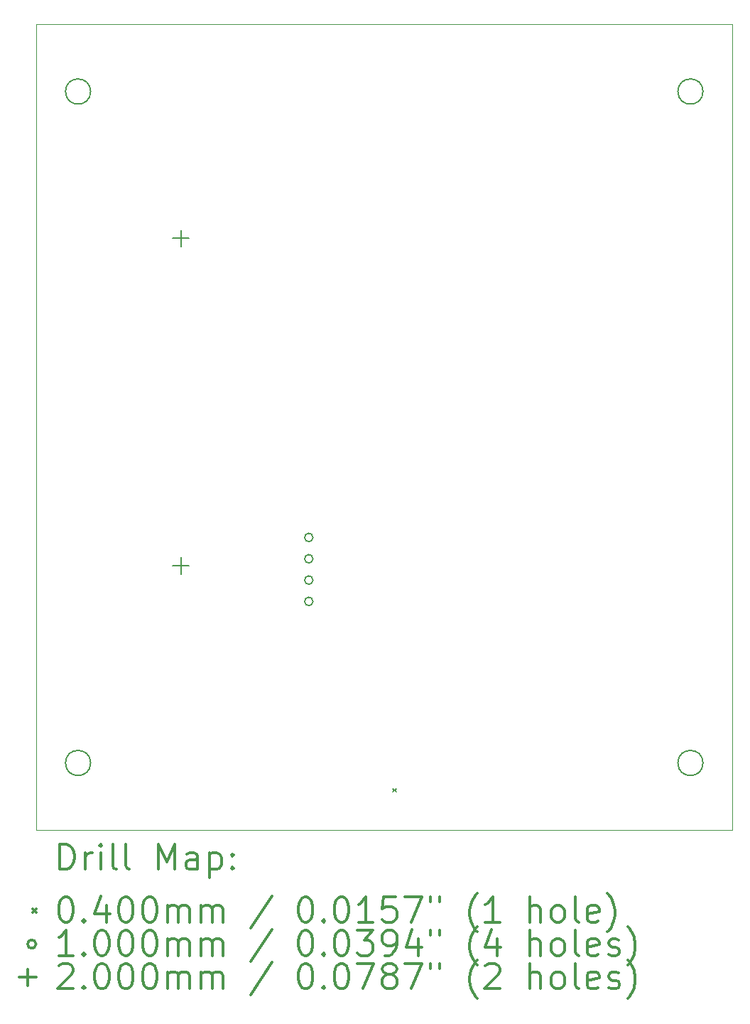
<source format=gbr>
%FSLAX45Y45*%
G04 Gerber Fmt 4.5, Leading zero omitted, Abs format (unit mm)*
G04 Created by KiCad (PCBNEW (5.1.10)-1) date 2022-03-31 21:21:08*
%MOMM*%
%LPD*%
G01*
G04 APERTURE LIST*
%TA.AperFunction,Profile*%
%ADD10C,0.150000*%
%TD*%
%TA.AperFunction,Profile*%
%ADD11C,0.050000*%
%TD*%
%ADD12C,0.200000*%
%ADD13C,0.300000*%
G04 APERTURE END LIST*
D10*
X9650000Y-13900000D02*
G75*
G03*
X9650000Y-13900000I-150000J0D01*
G01*
X16950000Y-13900000D02*
G75*
G03*
X16950000Y-13900000I-150000J0D01*
G01*
X16950000Y-5900000D02*
G75*
G03*
X16950000Y-5900000I-150000J0D01*
G01*
X9650000Y-5900000D02*
G75*
G03*
X9650000Y-5900000I-150000J0D01*
G01*
D11*
X9000000Y-14700000D02*
X17300000Y-14700000D01*
X9000000Y-5100000D02*
X9000000Y-14700000D01*
X17300000Y-5100000D02*
X9000000Y-5100000D01*
X17300000Y-5100000D02*
X17300000Y-14700000D01*
D12*
X13255000Y-14205000D02*
X13295000Y-14245000D01*
X13295000Y-14205000D02*
X13255000Y-14245000D01*
X12300000Y-11213000D02*
G75*
G03*
X12300000Y-11213000I-50000J0D01*
G01*
X12300000Y-11467000D02*
G75*
G03*
X12300000Y-11467000I-50000J0D01*
G01*
X12300000Y-11721000D02*
G75*
G03*
X12300000Y-11721000I-50000J0D01*
G01*
X12300000Y-11975000D02*
G75*
G03*
X12300000Y-11975000I-50000J0D01*
G01*
X10725000Y-7550000D02*
X10725000Y-7750000D01*
X10625000Y-7650000D02*
X10825000Y-7650000D01*
X10725000Y-11450000D02*
X10725000Y-11650000D01*
X10625000Y-11550000D02*
X10825000Y-11550000D01*
D13*
X9283928Y-15168214D02*
X9283928Y-14868214D01*
X9355357Y-14868214D01*
X9398214Y-14882500D01*
X9426786Y-14911071D01*
X9441071Y-14939643D01*
X9455357Y-14996786D01*
X9455357Y-15039643D01*
X9441071Y-15096786D01*
X9426786Y-15125357D01*
X9398214Y-15153929D01*
X9355357Y-15168214D01*
X9283928Y-15168214D01*
X9583928Y-15168214D02*
X9583928Y-14968214D01*
X9583928Y-15025357D02*
X9598214Y-14996786D01*
X9612500Y-14982500D01*
X9641071Y-14968214D01*
X9669643Y-14968214D01*
X9769643Y-15168214D02*
X9769643Y-14968214D01*
X9769643Y-14868214D02*
X9755357Y-14882500D01*
X9769643Y-14896786D01*
X9783928Y-14882500D01*
X9769643Y-14868214D01*
X9769643Y-14896786D01*
X9955357Y-15168214D02*
X9926786Y-15153929D01*
X9912500Y-15125357D01*
X9912500Y-14868214D01*
X10112500Y-15168214D02*
X10083928Y-15153929D01*
X10069643Y-15125357D01*
X10069643Y-14868214D01*
X10455357Y-15168214D02*
X10455357Y-14868214D01*
X10555357Y-15082500D01*
X10655357Y-14868214D01*
X10655357Y-15168214D01*
X10926786Y-15168214D02*
X10926786Y-15011071D01*
X10912500Y-14982500D01*
X10883928Y-14968214D01*
X10826786Y-14968214D01*
X10798214Y-14982500D01*
X10926786Y-15153929D02*
X10898214Y-15168214D01*
X10826786Y-15168214D01*
X10798214Y-15153929D01*
X10783928Y-15125357D01*
X10783928Y-15096786D01*
X10798214Y-15068214D01*
X10826786Y-15053929D01*
X10898214Y-15053929D01*
X10926786Y-15039643D01*
X11069643Y-14968214D02*
X11069643Y-15268214D01*
X11069643Y-14982500D02*
X11098214Y-14968214D01*
X11155357Y-14968214D01*
X11183928Y-14982500D01*
X11198214Y-14996786D01*
X11212500Y-15025357D01*
X11212500Y-15111071D01*
X11198214Y-15139643D01*
X11183928Y-15153929D01*
X11155357Y-15168214D01*
X11098214Y-15168214D01*
X11069643Y-15153929D01*
X11341071Y-15139643D02*
X11355357Y-15153929D01*
X11341071Y-15168214D01*
X11326786Y-15153929D01*
X11341071Y-15139643D01*
X11341071Y-15168214D01*
X11341071Y-14982500D02*
X11355357Y-14996786D01*
X11341071Y-15011071D01*
X11326786Y-14996786D01*
X11341071Y-14982500D01*
X11341071Y-15011071D01*
X8957500Y-15642500D02*
X8997500Y-15682500D01*
X8997500Y-15642500D02*
X8957500Y-15682500D01*
X9341071Y-15498214D02*
X9369643Y-15498214D01*
X9398214Y-15512500D01*
X9412500Y-15526786D01*
X9426786Y-15555357D01*
X9441071Y-15612500D01*
X9441071Y-15683929D01*
X9426786Y-15741071D01*
X9412500Y-15769643D01*
X9398214Y-15783929D01*
X9369643Y-15798214D01*
X9341071Y-15798214D01*
X9312500Y-15783929D01*
X9298214Y-15769643D01*
X9283928Y-15741071D01*
X9269643Y-15683929D01*
X9269643Y-15612500D01*
X9283928Y-15555357D01*
X9298214Y-15526786D01*
X9312500Y-15512500D01*
X9341071Y-15498214D01*
X9569643Y-15769643D02*
X9583928Y-15783929D01*
X9569643Y-15798214D01*
X9555357Y-15783929D01*
X9569643Y-15769643D01*
X9569643Y-15798214D01*
X9841071Y-15598214D02*
X9841071Y-15798214D01*
X9769643Y-15483929D02*
X9698214Y-15698214D01*
X9883928Y-15698214D01*
X10055357Y-15498214D02*
X10083928Y-15498214D01*
X10112500Y-15512500D01*
X10126786Y-15526786D01*
X10141071Y-15555357D01*
X10155357Y-15612500D01*
X10155357Y-15683929D01*
X10141071Y-15741071D01*
X10126786Y-15769643D01*
X10112500Y-15783929D01*
X10083928Y-15798214D01*
X10055357Y-15798214D01*
X10026786Y-15783929D01*
X10012500Y-15769643D01*
X9998214Y-15741071D01*
X9983928Y-15683929D01*
X9983928Y-15612500D01*
X9998214Y-15555357D01*
X10012500Y-15526786D01*
X10026786Y-15512500D01*
X10055357Y-15498214D01*
X10341071Y-15498214D02*
X10369643Y-15498214D01*
X10398214Y-15512500D01*
X10412500Y-15526786D01*
X10426786Y-15555357D01*
X10441071Y-15612500D01*
X10441071Y-15683929D01*
X10426786Y-15741071D01*
X10412500Y-15769643D01*
X10398214Y-15783929D01*
X10369643Y-15798214D01*
X10341071Y-15798214D01*
X10312500Y-15783929D01*
X10298214Y-15769643D01*
X10283928Y-15741071D01*
X10269643Y-15683929D01*
X10269643Y-15612500D01*
X10283928Y-15555357D01*
X10298214Y-15526786D01*
X10312500Y-15512500D01*
X10341071Y-15498214D01*
X10569643Y-15798214D02*
X10569643Y-15598214D01*
X10569643Y-15626786D02*
X10583928Y-15612500D01*
X10612500Y-15598214D01*
X10655357Y-15598214D01*
X10683928Y-15612500D01*
X10698214Y-15641071D01*
X10698214Y-15798214D01*
X10698214Y-15641071D02*
X10712500Y-15612500D01*
X10741071Y-15598214D01*
X10783928Y-15598214D01*
X10812500Y-15612500D01*
X10826786Y-15641071D01*
X10826786Y-15798214D01*
X10969643Y-15798214D02*
X10969643Y-15598214D01*
X10969643Y-15626786D02*
X10983928Y-15612500D01*
X11012500Y-15598214D01*
X11055357Y-15598214D01*
X11083928Y-15612500D01*
X11098214Y-15641071D01*
X11098214Y-15798214D01*
X11098214Y-15641071D02*
X11112500Y-15612500D01*
X11141071Y-15598214D01*
X11183928Y-15598214D01*
X11212500Y-15612500D01*
X11226786Y-15641071D01*
X11226786Y-15798214D01*
X11812500Y-15483929D02*
X11555357Y-15869643D01*
X12198214Y-15498214D02*
X12226786Y-15498214D01*
X12255357Y-15512500D01*
X12269643Y-15526786D01*
X12283928Y-15555357D01*
X12298214Y-15612500D01*
X12298214Y-15683929D01*
X12283928Y-15741071D01*
X12269643Y-15769643D01*
X12255357Y-15783929D01*
X12226786Y-15798214D01*
X12198214Y-15798214D01*
X12169643Y-15783929D01*
X12155357Y-15769643D01*
X12141071Y-15741071D01*
X12126786Y-15683929D01*
X12126786Y-15612500D01*
X12141071Y-15555357D01*
X12155357Y-15526786D01*
X12169643Y-15512500D01*
X12198214Y-15498214D01*
X12426786Y-15769643D02*
X12441071Y-15783929D01*
X12426786Y-15798214D01*
X12412500Y-15783929D01*
X12426786Y-15769643D01*
X12426786Y-15798214D01*
X12626786Y-15498214D02*
X12655357Y-15498214D01*
X12683928Y-15512500D01*
X12698214Y-15526786D01*
X12712500Y-15555357D01*
X12726786Y-15612500D01*
X12726786Y-15683929D01*
X12712500Y-15741071D01*
X12698214Y-15769643D01*
X12683928Y-15783929D01*
X12655357Y-15798214D01*
X12626786Y-15798214D01*
X12598214Y-15783929D01*
X12583928Y-15769643D01*
X12569643Y-15741071D01*
X12555357Y-15683929D01*
X12555357Y-15612500D01*
X12569643Y-15555357D01*
X12583928Y-15526786D01*
X12598214Y-15512500D01*
X12626786Y-15498214D01*
X13012500Y-15798214D02*
X12841071Y-15798214D01*
X12926786Y-15798214D02*
X12926786Y-15498214D01*
X12898214Y-15541071D01*
X12869643Y-15569643D01*
X12841071Y-15583929D01*
X13283928Y-15498214D02*
X13141071Y-15498214D01*
X13126786Y-15641071D01*
X13141071Y-15626786D01*
X13169643Y-15612500D01*
X13241071Y-15612500D01*
X13269643Y-15626786D01*
X13283928Y-15641071D01*
X13298214Y-15669643D01*
X13298214Y-15741071D01*
X13283928Y-15769643D01*
X13269643Y-15783929D01*
X13241071Y-15798214D01*
X13169643Y-15798214D01*
X13141071Y-15783929D01*
X13126786Y-15769643D01*
X13398214Y-15498214D02*
X13598214Y-15498214D01*
X13469643Y-15798214D01*
X13698214Y-15498214D02*
X13698214Y-15555357D01*
X13812500Y-15498214D02*
X13812500Y-15555357D01*
X14255357Y-15912500D02*
X14241071Y-15898214D01*
X14212500Y-15855357D01*
X14198214Y-15826786D01*
X14183928Y-15783929D01*
X14169643Y-15712500D01*
X14169643Y-15655357D01*
X14183928Y-15583929D01*
X14198214Y-15541071D01*
X14212500Y-15512500D01*
X14241071Y-15469643D01*
X14255357Y-15455357D01*
X14526786Y-15798214D02*
X14355357Y-15798214D01*
X14441071Y-15798214D02*
X14441071Y-15498214D01*
X14412500Y-15541071D01*
X14383928Y-15569643D01*
X14355357Y-15583929D01*
X14883928Y-15798214D02*
X14883928Y-15498214D01*
X15012500Y-15798214D02*
X15012500Y-15641071D01*
X14998214Y-15612500D01*
X14969643Y-15598214D01*
X14926786Y-15598214D01*
X14898214Y-15612500D01*
X14883928Y-15626786D01*
X15198214Y-15798214D02*
X15169643Y-15783929D01*
X15155357Y-15769643D01*
X15141071Y-15741071D01*
X15141071Y-15655357D01*
X15155357Y-15626786D01*
X15169643Y-15612500D01*
X15198214Y-15598214D01*
X15241071Y-15598214D01*
X15269643Y-15612500D01*
X15283928Y-15626786D01*
X15298214Y-15655357D01*
X15298214Y-15741071D01*
X15283928Y-15769643D01*
X15269643Y-15783929D01*
X15241071Y-15798214D01*
X15198214Y-15798214D01*
X15469643Y-15798214D02*
X15441071Y-15783929D01*
X15426786Y-15755357D01*
X15426786Y-15498214D01*
X15698214Y-15783929D02*
X15669643Y-15798214D01*
X15612500Y-15798214D01*
X15583928Y-15783929D01*
X15569643Y-15755357D01*
X15569643Y-15641071D01*
X15583928Y-15612500D01*
X15612500Y-15598214D01*
X15669643Y-15598214D01*
X15698214Y-15612500D01*
X15712500Y-15641071D01*
X15712500Y-15669643D01*
X15569643Y-15698214D01*
X15812500Y-15912500D02*
X15826786Y-15898214D01*
X15855357Y-15855357D01*
X15869643Y-15826786D01*
X15883928Y-15783929D01*
X15898214Y-15712500D01*
X15898214Y-15655357D01*
X15883928Y-15583929D01*
X15869643Y-15541071D01*
X15855357Y-15512500D01*
X15826786Y-15469643D01*
X15812500Y-15455357D01*
X8997500Y-16058500D02*
G75*
G03*
X8997500Y-16058500I-50000J0D01*
G01*
X9441071Y-16194214D02*
X9269643Y-16194214D01*
X9355357Y-16194214D02*
X9355357Y-15894214D01*
X9326786Y-15937071D01*
X9298214Y-15965643D01*
X9269643Y-15979929D01*
X9569643Y-16165643D02*
X9583928Y-16179929D01*
X9569643Y-16194214D01*
X9555357Y-16179929D01*
X9569643Y-16165643D01*
X9569643Y-16194214D01*
X9769643Y-15894214D02*
X9798214Y-15894214D01*
X9826786Y-15908500D01*
X9841071Y-15922786D01*
X9855357Y-15951357D01*
X9869643Y-16008500D01*
X9869643Y-16079929D01*
X9855357Y-16137071D01*
X9841071Y-16165643D01*
X9826786Y-16179929D01*
X9798214Y-16194214D01*
X9769643Y-16194214D01*
X9741071Y-16179929D01*
X9726786Y-16165643D01*
X9712500Y-16137071D01*
X9698214Y-16079929D01*
X9698214Y-16008500D01*
X9712500Y-15951357D01*
X9726786Y-15922786D01*
X9741071Y-15908500D01*
X9769643Y-15894214D01*
X10055357Y-15894214D02*
X10083928Y-15894214D01*
X10112500Y-15908500D01*
X10126786Y-15922786D01*
X10141071Y-15951357D01*
X10155357Y-16008500D01*
X10155357Y-16079929D01*
X10141071Y-16137071D01*
X10126786Y-16165643D01*
X10112500Y-16179929D01*
X10083928Y-16194214D01*
X10055357Y-16194214D01*
X10026786Y-16179929D01*
X10012500Y-16165643D01*
X9998214Y-16137071D01*
X9983928Y-16079929D01*
X9983928Y-16008500D01*
X9998214Y-15951357D01*
X10012500Y-15922786D01*
X10026786Y-15908500D01*
X10055357Y-15894214D01*
X10341071Y-15894214D02*
X10369643Y-15894214D01*
X10398214Y-15908500D01*
X10412500Y-15922786D01*
X10426786Y-15951357D01*
X10441071Y-16008500D01*
X10441071Y-16079929D01*
X10426786Y-16137071D01*
X10412500Y-16165643D01*
X10398214Y-16179929D01*
X10369643Y-16194214D01*
X10341071Y-16194214D01*
X10312500Y-16179929D01*
X10298214Y-16165643D01*
X10283928Y-16137071D01*
X10269643Y-16079929D01*
X10269643Y-16008500D01*
X10283928Y-15951357D01*
X10298214Y-15922786D01*
X10312500Y-15908500D01*
X10341071Y-15894214D01*
X10569643Y-16194214D02*
X10569643Y-15994214D01*
X10569643Y-16022786D02*
X10583928Y-16008500D01*
X10612500Y-15994214D01*
X10655357Y-15994214D01*
X10683928Y-16008500D01*
X10698214Y-16037071D01*
X10698214Y-16194214D01*
X10698214Y-16037071D02*
X10712500Y-16008500D01*
X10741071Y-15994214D01*
X10783928Y-15994214D01*
X10812500Y-16008500D01*
X10826786Y-16037071D01*
X10826786Y-16194214D01*
X10969643Y-16194214D02*
X10969643Y-15994214D01*
X10969643Y-16022786D02*
X10983928Y-16008500D01*
X11012500Y-15994214D01*
X11055357Y-15994214D01*
X11083928Y-16008500D01*
X11098214Y-16037071D01*
X11098214Y-16194214D01*
X11098214Y-16037071D02*
X11112500Y-16008500D01*
X11141071Y-15994214D01*
X11183928Y-15994214D01*
X11212500Y-16008500D01*
X11226786Y-16037071D01*
X11226786Y-16194214D01*
X11812500Y-15879929D02*
X11555357Y-16265643D01*
X12198214Y-15894214D02*
X12226786Y-15894214D01*
X12255357Y-15908500D01*
X12269643Y-15922786D01*
X12283928Y-15951357D01*
X12298214Y-16008500D01*
X12298214Y-16079929D01*
X12283928Y-16137071D01*
X12269643Y-16165643D01*
X12255357Y-16179929D01*
X12226786Y-16194214D01*
X12198214Y-16194214D01*
X12169643Y-16179929D01*
X12155357Y-16165643D01*
X12141071Y-16137071D01*
X12126786Y-16079929D01*
X12126786Y-16008500D01*
X12141071Y-15951357D01*
X12155357Y-15922786D01*
X12169643Y-15908500D01*
X12198214Y-15894214D01*
X12426786Y-16165643D02*
X12441071Y-16179929D01*
X12426786Y-16194214D01*
X12412500Y-16179929D01*
X12426786Y-16165643D01*
X12426786Y-16194214D01*
X12626786Y-15894214D02*
X12655357Y-15894214D01*
X12683928Y-15908500D01*
X12698214Y-15922786D01*
X12712500Y-15951357D01*
X12726786Y-16008500D01*
X12726786Y-16079929D01*
X12712500Y-16137071D01*
X12698214Y-16165643D01*
X12683928Y-16179929D01*
X12655357Y-16194214D01*
X12626786Y-16194214D01*
X12598214Y-16179929D01*
X12583928Y-16165643D01*
X12569643Y-16137071D01*
X12555357Y-16079929D01*
X12555357Y-16008500D01*
X12569643Y-15951357D01*
X12583928Y-15922786D01*
X12598214Y-15908500D01*
X12626786Y-15894214D01*
X12826786Y-15894214D02*
X13012500Y-15894214D01*
X12912500Y-16008500D01*
X12955357Y-16008500D01*
X12983928Y-16022786D01*
X12998214Y-16037071D01*
X13012500Y-16065643D01*
X13012500Y-16137071D01*
X12998214Y-16165643D01*
X12983928Y-16179929D01*
X12955357Y-16194214D01*
X12869643Y-16194214D01*
X12841071Y-16179929D01*
X12826786Y-16165643D01*
X13155357Y-16194214D02*
X13212500Y-16194214D01*
X13241071Y-16179929D01*
X13255357Y-16165643D01*
X13283928Y-16122786D01*
X13298214Y-16065643D01*
X13298214Y-15951357D01*
X13283928Y-15922786D01*
X13269643Y-15908500D01*
X13241071Y-15894214D01*
X13183928Y-15894214D01*
X13155357Y-15908500D01*
X13141071Y-15922786D01*
X13126786Y-15951357D01*
X13126786Y-16022786D01*
X13141071Y-16051357D01*
X13155357Y-16065643D01*
X13183928Y-16079929D01*
X13241071Y-16079929D01*
X13269643Y-16065643D01*
X13283928Y-16051357D01*
X13298214Y-16022786D01*
X13555357Y-15994214D02*
X13555357Y-16194214D01*
X13483928Y-15879929D02*
X13412500Y-16094214D01*
X13598214Y-16094214D01*
X13698214Y-15894214D02*
X13698214Y-15951357D01*
X13812500Y-15894214D02*
X13812500Y-15951357D01*
X14255357Y-16308500D02*
X14241071Y-16294214D01*
X14212500Y-16251357D01*
X14198214Y-16222786D01*
X14183928Y-16179929D01*
X14169643Y-16108500D01*
X14169643Y-16051357D01*
X14183928Y-15979929D01*
X14198214Y-15937071D01*
X14212500Y-15908500D01*
X14241071Y-15865643D01*
X14255357Y-15851357D01*
X14498214Y-15994214D02*
X14498214Y-16194214D01*
X14426786Y-15879929D02*
X14355357Y-16094214D01*
X14541071Y-16094214D01*
X14883928Y-16194214D02*
X14883928Y-15894214D01*
X15012500Y-16194214D02*
X15012500Y-16037071D01*
X14998214Y-16008500D01*
X14969643Y-15994214D01*
X14926786Y-15994214D01*
X14898214Y-16008500D01*
X14883928Y-16022786D01*
X15198214Y-16194214D02*
X15169643Y-16179929D01*
X15155357Y-16165643D01*
X15141071Y-16137071D01*
X15141071Y-16051357D01*
X15155357Y-16022786D01*
X15169643Y-16008500D01*
X15198214Y-15994214D01*
X15241071Y-15994214D01*
X15269643Y-16008500D01*
X15283928Y-16022786D01*
X15298214Y-16051357D01*
X15298214Y-16137071D01*
X15283928Y-16165643D01*
X15269643Y-16179929D01*
X15241071Y-16194214D01*
X15198214Y-16194214D01*
X15469643Y-16194214D02*
X15441071Y-16179929D01*
X15426786Y-16151357D01*
X15426786Y-15894214D01*
X15698214Y-16179929D02*
X15669643Y-16194214D01*
X15612500Y-16194214D01*
X15583928Y-16179929D01*
X15569643Y-16151357D01*
X15569643Y-16037071D01*
X15583928Y-16008500D01*
X15612500Y-15994214D01*
X15669643Y-15994214D01*
X15698214Y-16008500D01*
X15712500Y-16037071D01*
X15712500Y-16065643D01*
X15569643Y-16094214D01*
X15826786Y-16179929D02*
X15855357Y-16194214D01*
X15912500Y-16194214D01*
X15941071Y-16179929D01*
X15955357Y-16151357D01*
X15955357Y-16137071D01*
X15941071Y-16108500D01*
X15912500Y-16094214D01*
X15869643Y-16094214D01*
X15841071Y-16079929D01*
X15826786Y-16051357D01*
X15826786Y-16037071D01*
X15841071Y-16008500D01*
X15869643Y-15994214D01*
X15912500Y-15994214D01*
X15941071Y-16008500D01*
X16055357Y-16308500D02*
X16069643Y-16294214D01*
X16098214Y-16251357D01*
X16112500Y-16222786D01*
X16126786Y-16179929D01*
X16141071Y-16108500D01*
X16141071Y-16051357D01*
X16126786Y-15979929D01*
X16112500Y-15937071D01*
X16098214Y-15908500D01*
X16069643Y-15865643D01*
X16055357Y-15851357D01*
X8897500Y-16354500D02*
X8897500Y-16554500D01*
X8797500Y-16454500D02*
X8997500Y-16454500D01*
X9269643Y-16318786D02*
X9283928Y-16304500D01*
X9312500Y-16290214D01*
X9383928Y-16290214D01*
X9412500Y-16304500D01*
X9426786Y-16318786D01*
X9441071Y-16347357D01*
X9441071Y-16375929D01*
X9426786Y-16418786D01*
X9255357Y-16590214D01*
X9441071Y-16590214D01*
X9569643Y-16561643D02*
X9583928Y-16575929D01*
X9569643Y-16590214D01*
X9555357Y-16575929D01*
X9569643Y-16561643D01*
X9569643Y-16590214D01*
X9769643Y-16290214D02*
X9798214Y-16290214D01*
X9826786Y-16304500D01*
X9841071Y-16318786D01*
X9855357Y-16347357D01*
X9869643Y-16404500D01*
X9869643Y-16475929D01*
X9855357Y-16533071D01*
X9841071Y-16561643D01*
X9826786Y-16575929D01*
X9798214Y-16590214D01*
X9769643Y-16590214D01*
X9741071Y-16575929D01*
X9726786Y-16561643D01*
X9712500Y-16533071D01*
X9698214Y-16475929D01*
X9698214Y-16404500D01*
X9712500Y-16347357D01*
X9726786Y-16318786D01*
X9741071Y-16304500D01*
X9769643Y-16290214D01*
X10055357Y-16290214D02*
X10083928Y-16290214D01*
X10112500Y-16304500D01*
X10126786Y-16318786D01*
X10141071Y-16347357D01*
X10155357Y-16404500D01*
X10155357Y-16475929D01*
X10141071Y-16533071D01*
X10126786Y-16561643D01*
X10112500Y-16575929D01*
X10083928Y-16590214D01*
X10055357Y-16590214D01*
X10026786Y-16575929D01*
X10012500Y-16561643D01*
X9998214Y-16533071D01*
X9983928Y-16475929D01*
X9983928Y-16404500D01*
X9998214Y-16347357D01*
X10012500Y-16318786D01*
X10026786Y-16304500D01*
X10055357Y-16290214D01*
X10341071Y-16290214D02*
X10369643Y-16290214D01*
X10398214Y-16304500D01*
X10412500Y-16318786D01*
X10426786Y-16347357D01*
X10441071Y-16404500D01*
X10441071Y-16475929D01*
X10426786Y-16533071D01*
X10412500Y-16561643D01*
X10398214Y-16575929D01*
X10369643Y-16590214D01*
X10341071Y-16590214D01*
X10312500Y-16575929D01*
X10298214Y-16561643D01*
X10283928Y-16533071D01*
X10269643Y-16475929D01*
X10269643Y-16404500D01*
X10283928Y-16347357D01*
X10298214Y-16318786D01*
X10312500Y-16304500D01*
X10341071Y-16290214D01*
X10569643Y-16590214D02*
X10569643Y-16390214D01*
X10569643Y-16418786D02*
X10583928Y-16404500D01*
X10612500Y-16390214D01*
X10655357Y-16390214D01*
X10683928Y-16404500D01*
X10698214Y-16433071D01*
X10698214Y-16590214D01*
X10698214Y-16433071D02*
X10712500Y-16404500D01*
X10741071Y-16390214D01*
X10783928Y-16390214D01*
X10812500Y-16404500D01*
X10826786Y-16433071D01*
X10826786Y-16590214D01*
X10969643Y-16590214D02*
X10969643Y-16390214D01*
X10969643Y-16418786D02*
X10983928Y-16404500D01*
X11012500Y-16390214D01*
X11055357Y-16390214D01*
X11083928Y-16404500D01*
X11098214Y-16433071D01*
X11098214Y-16590214D01*
X11098214Y-16433071D02*
X11112500Y-16404500D01*
X11141071Y-16390214D01*
X11183928Y-16390214D01*
X11212500Y-16404500D01*
X11226786Y-16433071D01*
X11226786Y-16590214D01*
X11812500Y-16275929D02*
X11555357Y-16661643D01*
X12198214Y-16290214D02*
X12226786Y-16290214D01*
X12255357Y-16304500D01*
X12269643Y-16318786D01*
X12283928Y-16347357D01*
X12298214Y-16404500D01*
X12298214Y-16475929D01*
X12283928Y-16533071D01*
X12269643Y-16561643D01*
X12255357Y-16575929D01*
X12226786Y-16590214D01*
X12198214Y-16590214D01*
X12169643Y-16575929D01*
X12155357Y-16561643D01*
X12141071Y-16533071D01*
X12126786Y-16475929D01*
X12126786Y-16404500D01*
X12141071Y-16347357D01*
X12155357Y-16318786D01*
X12169643Y-16304500D01*
X12198214Y-16290214D01*
X12426786Y-16561643D02*
X12441071Y-16575929D01*
X12426786Y-16590214D01*
X12412500Y-16575929D01*
X12426786Y-16561643D01*
X12426786Y-16590214D01*
X12626786Y-16290214D02*
X12655357Y-16290214D01*
X12683928Y-16304500D01*
X12698214Y-16318786D01*
X12712500Y-16347357D01*
X12726786Y-16404500D01*
X12726786Y-16475929D01*
X12712500Y-16533071D01*
X12698214Y-16561643D01*
X12683928Y-16575929D01*
X12655357Y-16590214D01*
X12626786Y-16590214D01*
X12598214Y-16575929D01*
X12583928Y-16561643D01*
X12569643Y-16533071D01*
X12555357Y-16475929D01*
X12555357Y-16404500D01*
X12569643Y-16347357D01*
X12583928Y-16318786D01*
X12598214Y-16304500D01*
X12626786Y-16290214D01*
X12826786Y-16290214D02*
X13026786Y-16290214D01*
X12898214Y-16590214D01*
X13183928Y-16418786D02*
X13155357Y-16404500D01*
X13141071Y-16390214D01*
X13126786Y-16361643D01*
X13126786Y-16347357D01*
X13141071Y-16318786D01*
X13155357Y-16304500D01*
X13183928Y-16290214D01*
X13241071Y-16290214D01*
X13269643Y-16304500D01*
X13283928Y-16318786D01*
X13298214Y-16347357D01*
X13298214Y-16361643D01*
X13283928Y-16390214D01*
X13269643Y-16404500D01*
X13241071Y-16418786D01*
X13183928Y-16418786D01*
X13155357Y-16433071D01*
X13141071Y-16447357D01*
X13126786Y-16475929D01*
X13126786Y-16533071D01*
X13141071Y-16561643D01*
X13155357Y-16575929D01*
X13183928Y-16590214D01*
X13241071Y-16590214D01*
X13269643Y-16575929D01*
X13283928Y-16561643D01*
X13298214Y-16533071D01*
X13298214Y-16475929D01*
X13283928Y-16447357D01*
X13269643Y-16433071D01*
X13241071Y-16418786D01*
X13398214Y-16290214D02*
X13598214Y-16290214D01*
X13469643Y-16590214D01*
X13698214Y-16290214D02*
X13698214Y-16347357D01*
X13812500Y-16290214D02*
X13812500Y-16347357D01*
X14255357Y-16704500D02*
X14241071Y-16690214D01*
X14212500Y-16647357D01*
X14198214Y-16618786D01*
X14183928Y-16575929D01*
X14169643Y-16504500D01*
X14169643Y-16447357D01*
X14183928Y-16375929D01*
X14198214Y-16333071D01*
X14212500Y-16304500D01*
X14241071Y-16261643D01*
X14255357Y-16247357D01*
X14355357Y-16318786D02*
X14369643Y-16304500D01*
X14398214Y-16290214D01*
X14469643Y-16290214D01*
X14498214Y-16304500D01*
X14512500Y-16318786D01*
X14526786Y-16347357D01*
X14526786Y-16375929D01*
X14512500Y-16418786D01*
X14341071Y-16590214D01*
X14526786Y-16590214D01*
X14883928Y-16590214D02*
X14883928Y-16290214D01*
X15012500Y-16590214D02*
X15012500Y-16433071D01*
X14998214Y-16404500D01*
X14969643Y-16390214D01*
X14926786Y-16390214D01*
X14898214Y-16404500D01*
X14883928Y-16418786D01*
X15198214Y-16590214D02*
X15169643Y-16575929D01*
X15155357Y-16561643D01*
X15141071Y-16533071D01*
X15141071Y-16447357D01*
X15155357Y-16418786D01*
X15169643Y-16404500D01*
X15198214Y-16390214D01*
X15241071Y-16390214D01*
X15269643Y-16404500D01*
X15283928Y-16418786D01*
X15298214Y-16447357D01*
X15298214Y-16533071D01*
X15283928Y-16561643D01*
X15269643Y-16575929D01*
X15241071Y-16590214D01*
X15198214Y-16590214D01*
X15469643Y-16590214D02*
X15441071Y-16575929D01*
X15426786Y-16547357D01*
X15426786Y-16290214D01*
X15698214Y-16575929D02*
X15669643Y-16590214D01*
X15612500Y-16590214D01*
X15583928Y-16575929D01*
X15569643Y-16547357D01*
X15569643Y-16433071D01*
X15583928Y-16404500D01*
X15612500Y-16390214D01*
X15669643Y-16390214D01*
X15698214Y-16404500D01*
X15712500Y-16433071D01*
X15712500Y-16461643D01*
X15569643Y-16490214D01*
X15826786Y-16575929D02*
X15855357Y-16590214D01*
X15912500Y-16590214D01*
X15941071Y-16575929D01*
X15955357Y-16547357D01*
X15955357Y-16533071D01*
X15941071Y-16504500D01*
X15912500Y-16490214D01*
X15869643Y-16490214D01*
X15841071Y-16475929D01*
X15826786Y-16447357D01*
X15826786Y-16433071D01*
X15841071Y-16404500D01*
X15869643Y-16390214D01*
X15912500Y-16390214D01*
X15941071Y-16404500D01*
X16055357Y-16704500D02*
X16069643Y-16690214D01*
X16098214Y-16647357D01*
X16112500Y-16618786D01*
X16126786Y-16575929D01*
X16141071Y-16504500D01*
X16141071Y-16447357D01*
X16126786Y-16375929D01*
X16112500Y-16333071D01*
X16098214Y-16304500D01*
X16069643Y-16261643D01*
X16055357Y-16247357D01*
M02*

</source>
